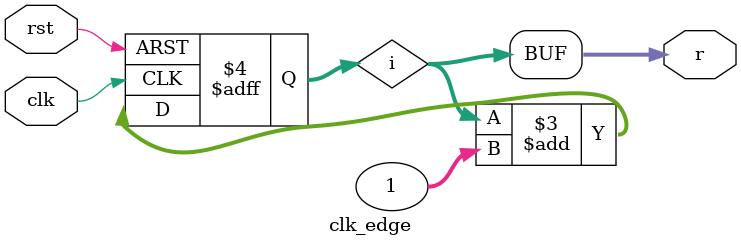
<source format=v>
`timescale 1ns / 1ps


module clk_edge(
    input clk,
    input rst,
    output [31:0] r
    );
    integer i;
    assign r = i;
    always @ (posedge clk or posedge rst)
        begin
            if(rst == 1'b1)
                i <= 0;
            else i <= i + 1; 
        end
endmodule

</source>
